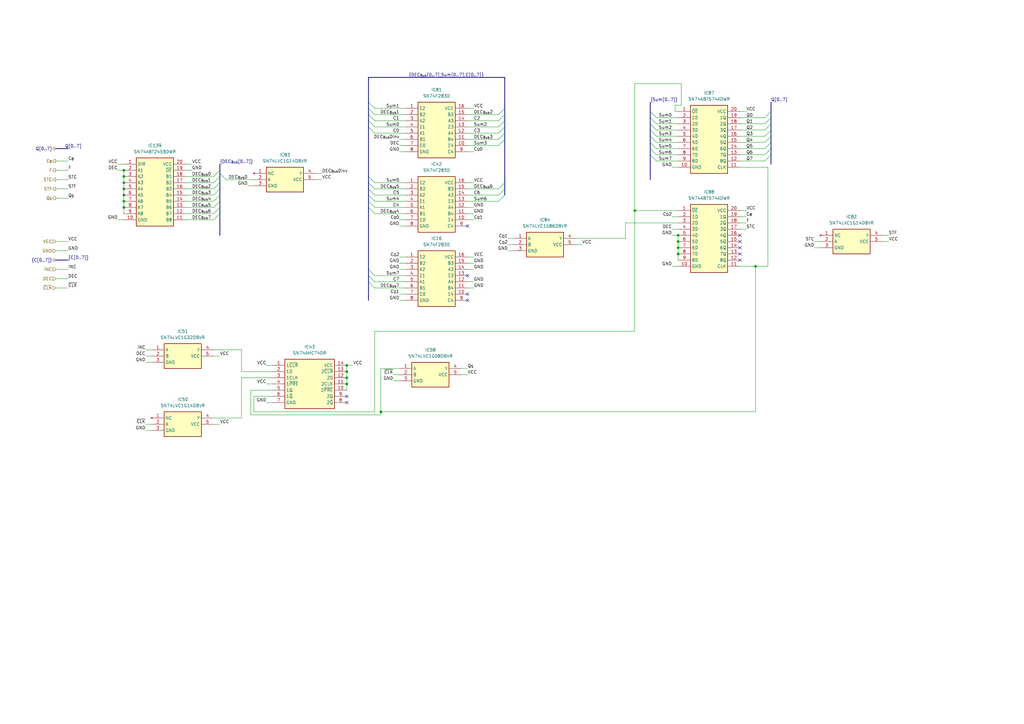
<source format=kicad_sch>
(kicad_sch (version 20250114) (generator "eeschema") (generator_version "9.0")
  (paper "A3")
  (lib_symbols
    (symbol "Samacsys:SN74ABT245BDWR"
      (property "Reference" "IC" (at 21.59 7.62 0))
      (property "Value" "SN74ABT245BDWR" (at 21.59 5.08 0))
      (symbol "SN74ABT245BDWR_1_1"
        (rectangle (start 5.08 2.54) (end 20.32 -25.4) (stroke (width 0.254)) (fill (type background)))
        (pin passive line (at 0 0 0) (length 5.08) (name "DIR") (number "1"))
        (pin passive line (at 0 -2.54 0) (length 5.08) (name "A1") (number "2"))
        (pin passive line (at 0 -5.08 0) (length 5.08) (name "A2") (number "3"))
        (pin passive line (at 0 -7.62 0) (length 5.08) (name "A3") (number "4"))
        (pin passive line (at 0 -10.16 0) (length 5.08) (name "A4") (number "5"))
        (pin passive line (at 0 -12.7 0) (length 5.08) (name "A5") (number "6"))
        (pin passive line (at 0 -15.24 0) (length 5.08) (name "A6") (number "7"))
        (pin passive line (at 0 -17.78 0) (length 5.08) (name "A7") (number "8"))
        (pin passive line (at 0 -20.32 0) (length 5.08) (name "A8") (number "9"))
        (pin passive line (at 0 -22.86 0) (length 5.08) (name "GND") (number "10"))
        (pin passive line (at 25.4 0 180) (length 5.08) (name "VCC") (number "20"))
        (pin passive line (at 25.4 -2.54 180) (length 5.08) (name "~{OE}") (number "19"))
        (pin passive line (at 25.4 -5.08 180) (length 5.08) (name "B1") (number "18"))
        (pin passive line (at 25.4 -7.62 180) (length 5.08) (name "B2") (number "17"))
        (pin passive line (at 25.4 -10.16 180) (length 5.08) (name "B3") (number "16"))
        (pin passive line (at 25.4 -12.7 180) (length 5.08) (name "B4") (number "15"))
        (pin passive line (at 25.4 -15.24 180) (length 5.08) (name "B5") (number "14"))
        (pin passive line (at 25.4 -17.78 180) (length 5.08) (name "B6") (number "13"))
        (pin passive line (at 25.4 -20.32 180) (length 5.08) (name "B7") (number "12"))
        (pin passive line (at 25.4 -22.86 180) (length 5.08) (name "B8") (number "11"))
      )
    )
    (symbol "Samacsys:SN74ABT574ADWR"
      (property "Reference" "IC" (at 21.59 7.62 0))
      (property "Value" "SN74ABT574ADWR" (at 21.59 5.08 0))
      (symbol "SN74ABT574ADWR_1_1"
        (rectangle (start 5.08 2.54) (end 20.32 -25.4) (stroke (width 0.254)) (fill (type background)))
        (pin passive line (at 0 0 0) (length 5.08) (name "~{OE}") (number "1"))
        (pin passive line (at 0 -2.54 0) (length 5.08) (name "1D") (number "2"))
        (pin passive line (at 0 -5.08 0) (length 5.08) (name "2D") (number "3"))
        (pin passive line (at 0 -7.62 0) (length 5.08) (name "3D") (number "4"))
        (pin passive line (at 0 -10.16 0) (length 5.08) (name "4D") (number "5"))
        (pin passive line (at 0 -12.7 0) (length 5.08) (name "5D") (number "6"))
        (pin passive line (at 0 -15.24 0) (length 5.08) (name "6D") (number "7"))
        (pin passive line (at 0 -17.78 0) (length 5.08) (name "7D") (number "8"))
        (pin passive line (at 0 -20.32 0) (length 5.08) (name "8D") (number "9"))
        (pin passive line (at 0 -22.86 0) (length 5.08) (name "GND") (number "10"))
        (pin passive line (at 25.4 0 180) (length 5.08) (name "VCC") (number "20"))
        (pin passive line (at 25.4 -2.54 180) (length 5.08) (name "1Q") (number "19"))
        (pin passive line (at 25.4 -5.08 180) (length 5.08) (name "2Q") (number "18"))
        (pin passive line (at 25.4 -7.62 180) (length 5.08) (name "3Q") (number "17"))
        (pin passive line (at 25.4 -10.16 180) (length 5.08) (name "4Q") (number "16"))
        (pin passive line (at 25.4 -12.7 180) (length 5.08) (name "5Q") (number "15"))
        (pin passive line (at 25.4 -15.24 180) (length 5.08) (name "6Q") (number "14"))
        (pin passive line (at 25.4 -17.78 180) (length 5.08) (name "7Q") (number "13"))
        (pin passive line (at 25.4 -20.32 180) (length 5.08) (name "8Q") (number "12"))
        (pin passive line (at 25.4 -22.86 180) (length 5.08) (name "CLK") (number "11"))
      )
    )
    (symbol "Samacsys:SN74AHC74DR"
      (property "Reference" "IC" (at 26.67 7.62 0))
      (property "Value" "SN74AHC74DR" (at 26.67 5.08 0))
      (symbol "SN74AHC74DR_1_1"
        (rectangle (start 5.08 2.54) (end 25.4 -17.78) (stroke (width 0.254)) (fill (type background)))
        (pin passive line (at 0 0 0) (length 5.08) (name "1~{CLR}") (number "1"))
        (pin passive line (at 0 -2.54 0) (length 5.08) (name "1D") (number "2"))
        (pin passive line (at 0 -5.08 0) (length 5.08) (name "1CLK") (number "3"))
        (pin passive line (at 0 -7.62 0) (length 5.08) (name "1~{PRE}") (number "4"))
        (pin passive line (at 0 -10.16 0) (length 5.08) (name "1Q") (number "5"))
        (pin passive line (at 0 -12.7 0) (length 5.08) (name "1~{Q}") (number "6"))
        (pin passive line (at 0 -15.24 0) (length 5.08) (name "GND") (number "7"))
        (pin passive line (at 30.48 0 180) (length 5.08) (name "VCC") (number "14"))
        (pin passive line (at 30.48 -2.54 180) (length 5.08) (name "2~{CLR}") (number "13"))
        (pin passive line (at 30.48 -5.08 180) (length 5.08) (name "2D") (number "12"))
        (pin passive line (at 30.48 -7.62 180) (length 5.08) (name "2CLK") (number "11"))
        (pin passive line (at 30.48 -10.16 180) (length 5.08) (name "2~{PRE}") (number "10"))
        (pin passive line (at 30.48 -12.7 180) (length 5.08) (name "2Q") (number "9"))
        (pin passive line (at 30.48 -15.24 180) (length 5.08) (name "2~{Q}") (number "8"))
      )
    )
    (symbol "Samacsys:SN74F283D"
      (property "Reference" "IC" (at 21.59 7.62 0))
      (property "Value" "SN74F283D" (at 21.59 5.08 0))
      (symbol "SN74F283D_1_1"
        (rectangle (start 5.08 2.54) (end 20.32 -20.32) (stroke (width 0.254)) (fill (type background)))
        (pin passive line (at 0 0 0) (length 5.08) (name "Σ2") (number "1"))
        (pin passive line (at 0 -2.54 0) (length 5.08) (name "B2") (number "2"))
        (pin passive line (at 0 -5.08 0) (length 5.08) (name "A2") (number "3"))
        (pin passive line (at 0 -7.62 0) (length 5.08) (name "Σ1") (number "4"))
        (pin passive line (at 0 -10.16 0) (length 5.08) (name "A1") (number "5"))
        (pin passive line (at 0 -12.7 0) (length 5.08) (name "B1") (number "6"))
        (pin passive line (at 0 -15.24 0) (length 5.08) (name "C0") (number "7"))
        (pin passive line (at 0 -17.78 0) (length 5.08) (name "GND") (number "8"))
        (pin passive line (at 25.4 0 180) (length 5.08) (name "VCC") (number "16"))
        (pin passive line (at 25.4 -2.54 180) (length 5.08) (name "B3") (number "15"))
        (pin passive line (at 25.4 -5.08 180) (length 5.08) (name "A3") (number "14"))
        (pin passive line (at 25.4 -7.62 180) (length 5.08) (name "Σ3") (number "13"))
        (pin passive line (at 25.4 -10.16 180) (length 5.08) (name "A4") (number "12"))
        (pin passive line (at 25.4 -12.7 180) (length 5.08) (name "B4") (number "11"))
        (pin passive line (at 25.4 -15.24 180) (length 5.08) (name "Σ4") (number "10"))
        (pin passive line (at 25.4 -17.78 180) (length 5.08) (name "C4") (number "9"))
      )
    )
    (symbol "Samacsys:SN74LVC1G08DBVR"
      (property "Reference" "IC" (at 21.59 7.62 0))
      (property "Value" "SN74LVC1G08DBVR" (at 21.59 5.08 0))
      (symbol "SN74LVC1G08DBVR_1_1"
        (rectangle (start 5.08 2.54) (end 20.32 -7.62) (stroke (width 0.254)) (fill (type background)))
        (pin input line (at 0 0 0) (length 5.08) (name "A") (number "1"))
        (pin input line (at 0 -2.54 0) (length 5.08) (name "B") (number "2"))
        (pin power_in line (at 0 -5.08 0) (length 5.08) (name "GND") (number "3"))
        (pin output line (at 25.4 0 180) (length 5.08) (name "Y") (number "4"))
        (pin power_in line (at 25.4 -2.54 180) (length 5.08) (name "VCC") (number "5"))
      )
    )
    (symbol "Samacsys:SN74LVC1G14DBVR"
      (property "Reference" "IC" (at 21.59 7.62 0))
      (property "Value" "SN74LVC1G14DBVR" (at 21.59 5.08 0))
      (symbol "SN74LVC1G14DBVR_1_1"
        (rectangle (start 5.08 2.54) (end 20.32 -7.62) (stroke (width 0.254)) (fill (type background)))
        (pin no_connect line (at 0 0 0) (length 5.08) (name "NC") (number "1"))
        (pin passive line (at 0 -2.54 0) (length 5.08) (name "A") (number "2"))
        (pin passive line (at 0 -5.08 0) (length 5.08) (name "GND") (number "3"))
        (pin passive line (at 25.4 0 180) (length 5.08) (name "Y") (number "4"))
        (pin passive line (at 25.4 -2.54 180) (length 5.08) (name "VCC") (number "5"))
      )
    )
    (symbol "Samacsys:SN74LVC1G32DBVR"
      (property "Reference" "IC" (at 21.59 7.62 0))
      (property "Value" "SN74LVC1G32DBVR" (at 21.59 5.08 0))
      (symbol "SN74LVC1G32DBVR_1_1"
        (rectangle (start 5.08 2.54) (end 20.32 -7.62) (stroke (width 0.254)) (fill (type background)))
        (pin passive line (at 0 0 0) (length 5.08) (name "A") (number "1"))
        (pin passive line (at 0 -2.54 0) (length 5.08) (name "B") (number "2"))
        (pin passive line (at 0 -5.08 0) (length 5.08) (name "GND") (number "3"))
        (pin passive line (at 25.4 0 180) (length 5.08) (name "Y") (number "4"))
        (pin passive line (at 25.4 -2.54 180) (length 5.08) (name "VCC") (number "5"))
      )
    )
    (symbol "Samacsys:SN74LVC1G86DBVR"
      (property "Reference" "IC" (at 21.59 7.62 0))
      (property "Value" "SN74LVC1G86DBVR" (at 21.59 5.08 0))
      (symbol "SN74LVC1G86DBVR_1_1"
        (rectangle (start 5.08 2.54) (end 20.32 -7.62) (stroke (width 0.254)) (fill (type background)))
        (pin input line (at 0 0 0) (length 5.08) (name "A") (number "1"))
        (pin input line (at 0 -2.54 0) (length 5.08) (name "B") (number "2"))
        (pin power_in line (at 0 -5.08 0) (length 5.08) (name "GND") (number "3"))
        (pin output line (at 25.4 0 180) (length 5.08) (name "Y") (number "4"))
        (pin power_in line (at 25.4 -2.54 180) (length 5.08) (name "VCC") (number "5"))
      )
    )
  )
  (junction (at 278.13 104.14))
  (junction (at 142.24 149.86))
  (junction (at 50.8 82.55))
  (junction (at 142.24 157.48))
  (junction (at 50.8 80.01))
  (junction (at 142.24 152.4))
  (junction (at 50.8 74.93))
  (junction (at 50.8 85.09))
  (junction (at 278.13 101.6))
  (junction (at 260.35 86.36))
  (junction (at 50.8 69.85))
  (junction (at 309.88 109.22))
  (junction (at 278.13 96.52))
  (junction (at 50.8 72.39))
  (junction (at 50.8 77.47))
  (junction (at 156.21 168.91))
  (junction (at 142.24 154.94))
  (junction (at 278.13 99.06))
  (no_connect (at 303.53 96.52))
  (no_connect (at 191.77 120.65))
  (no_connect (at 142.24 162.56))
  (no_connect (at 142.24 165.1))
  (no_connect (at 303.53 99.06))
  (no_connect (at 191.77 92.71))
  (no_connect (at 303.53 101.6))
  (no_connect (at 191.77 123.19))
  (no_connect (at 303.53 106.68))
  (no_connect (at 303.53 104.14))
  (no_connect (at 191.77 113.03))
  (bus_entry (at 151.13 77.47) (size 2.54 2.54))
  (bus_entry (at 87.63 72.39) (size 2.54 -2.54))
  (bus_entry (at 151.13 113.03) (size 2.54 2.54))
  (bus_entry (at 151.13 46.99) (size 2.54 2.54))
  (bus_entry (at 316.23 50.8) (size -2.54 2.54))
  (bus_entry (at 316.23 63.5) (size -2.54 2.54))
  (bus_entry (at 266.7 63.5) (size 2.54 2.54))
  (bus_entry (at 87.63 77.47) (size 2.54 -2.54))
  (bus_entry (at 151.13 41.91) (size 2.54 2.54))
  (bus_entry (at 316.23 53.34) (size -2.54 2.54))
  (bus_entry (at 207.01 77.47) (size -2.54 2.54))
  (bus_entry (at 207.01 44.45) (size -2.54 2.54))
  (bus_entry (at 151.13 44.45) (size 2.54 2.54))
  (bus_entry (at 151.13 74.93) (size 2.54 2.54))
  (bus_entry (at 92.71 73.66) (size -2.54 -2.54))
  (bus_entry (at 87.63 80.01) (size 2.54 -2.54))
  (bus_entry (at 151.13 72.39) (size 2.54 2.54))
  (bus_entry (at 87.63 85.09) (size 2.54 -2.54))
  (bus_entry (at 207.01 74.93) (size -2.54 2.54))
  (bus_entry (at 151.13 110.49) (size 2.54 2.54))
  (bus_entry (at 151.13 85.09) (size 2.54 2.54))
  (bus_entry (at 266.7 55.88) (size 2.54 2.54))
  (bus_entry (at 207.01 54.61) (size -2.54 2.54))
  (bus_entry (at 87.63 82.55) (size 2.54 -2.54))
  (bus_entry (at 316.23 60.96) (size -2.54 2.54))
  (bus_entry (at 151.13 80.01) (size 2.54 2.54))
  (bus_entry (at 266.7 58.42) (size 2.54 2.54))
  (bus_entry (at 151.13 82.55) (size 2.54 2.54))
  (bus_entry (at 87.63 74.93) (size 2.54 -2.54))
  (bus_entry (at 316.23 48.26) (size -2.54 2.54))
  (bus_entry (at 266.7 53.34) (size 2.54 2.54))
  (bus_entry (at 151.13 49.53) (size 2.54 2.54))
  (bus_entry (at 207.01 49.53) (size -2.54 2.54))
  (bus_entry (at 266.7 60.96) (size 2.54 2.54))
  (bus_entry (at 207.01 46.99) (size -2.54 2.54))
  (bus_entry (at 266.7 48.26) (size 2.54 2.54))
  (bus_entry (at 87.63 87.63) (size 2.54 -2.54))
  (bus_entry (at 207.01 52.07) (size -2.54 2.54))
  (bus_entry (at 316.23 45.72) (size -2.54 2.54))
  (bus_entry (at 87.63 90.17) (size 2.54 -2.54))
  (bus_entry (at 316.23 58.42) (size -2.54 2.54))
  (bus_entry (at 151.13 115.57) (size 2.54 2.54))
  (bus_entry (at 207.01 80.01) (size -2.54 2.54))
  (bus_entry (at 266.7 45.72) (size 2.54 2.54))
  (bus_entry (at 207.01 57.15) (size -2.54 2.54))
  (bus_entry (at 266.7 50.8) (size 2.54 2.54))
  (bus_entry (at 151.13 52.07) (size 2.54 2.54))
  (bus_entry (at 316.23 55.88) (size -2.54 2.54))
  (wire (pts (xy 194.31 118.11) (xy 191.77 118.11)))
  (wire (pts (xy 132.08 71.12) (xy 129.54 71.12)))
  (wire (pts (xy 156.21 168.91) (xy 309.88 168.91)))
  (bus (pts (xy 266.7 60.96) (xy 266.7 63.5)))
  (wire (pts (xy 275.59 68.58) (xy 278.13 68.58)))
  (bus (pts (xy 266.7 63.5) (xy 266.7 73.66)))
  (bus (pts (xy 316.23 41.91) (xy 316.23 45.72)))
  (wire (pts (xy 76.2 85.09) (xy 87.63 85.09)))
  (wire (pts (xy 156.21 170.18) (xy 156.21 168.91)))
  (wire (pts (xy 50.8 74.93) (xy 50.8 77.47)))
  (wire (pts (xy 279.4 43.18) (xy 276.86 43.18)))
  (wire (pts (xy 109.22 165.1) (xy 111.76 165.1)))
  (wire (pts (xy 153.67 54.61) (xy 166.37 54.61)))
  (bus (pts (xy 151.13 49.53) (xy 151.13 46.99)))
  (wire (pts (xy 111.76 157.48) (xy 109.22 157.48)))
  (wire (pts (xy 303.53 58.42) (xy 313.69 58.42)))
  (wire (pts (xy 269.24 63.5) (xy 278.13 63.5)))
  (wire (pts (xy 278.13 101.6) (xy 278.13 104.14)))
  (wire (pts (xy 269.24 50.8) (xy 278.13 50.8)))
  (wire (pts (xy 153.67 49.53) (xy 166.37 49.53)))
  (bus (pts (xy 266.7 58.42) (xy 266.7 60.96)))
  (bus (pts (xy 151.13 74.93) (xy 151.13 72.39)))
  (bus (pts (xy 151.13 85.09) (xy 151.13 82.55)))
  (bus (pts (xy 151.13 52.07) (xy 151.13 72.39)))
  (wire (pts (xy 76.2 87.63) (xy 87.63 87.63)))
  (wire (pts (xy 163.83 57.15) (xy 166.37 57.15)))
  (bus (pts (xy 316.23 58.42) (xy 316.23 60.96)))
  (wire (pts (xy 59.69 173.99) (xy 62.23 173.99)))
  (wire (pts (xy 59.69 146.05) (xy 62.23 146.05)))
  (wire (pts (xy 194.31 87.63) (xy 191.77 87.63)))
  (wire (pts (xy 50.8 77.47) (xy 50.8 80.01)))
  (wire (pts (xy 166.37 105.41) (xy 163.83 105.41)))
  (wire (pts (xy 191.77 74.93) (xy 194.31 74.93)))
  (bus (pts (xy 266.7 41.91) (xy 266.7 45.72)))
  (wire (pts (xy 22.86 69.85) (xy 27.94 69.85)))
  (bus (pts (xy 266.7 55.88) (xy 266.7 58.42)))
  (wire (pts (xy 50.8 67.31) (xy 48.26 67.31)))
  (wire (pts (xy 22.86 77.47) (xy 27.94 77.47)))
  (wire (pts (xy 269.24 60.96) (xy 278.13 60.96)))
  (wire (pts (xy 275.59 93.98) (xy 278.13 93.98)))
  (wire (pts (xy 204.47 52.07) (xy 191.77 52.07)))
  (wire (pts (xy 76.2 77.47) (xy 87.63 77.47)))
  (bus (pts (xy 316.23 63.5) (xy 316.23 67.31)))
  (bus (pts (xy 90.17 82.55) (xy 90.17 85.09)))
  (wire (pts (xy 191.77 90.17) (xy 194.31 90.17)))
  (wire (pts (xy 142.24 157.48) (xy 142.24 160.02)))
  (wire (pts (xy 191.77 62.23) (xy 194.31 62.23)))
  (bus (pts (xy 151.13 77.47) (xy 151.13 74.93)))
  (wire (pts (xy 189.23 153.67) (xy 191.77 153.67)))
  (wire (pts (xy 50.8 82.55) (xy 50.8 85.09)))
  (bus (pts (xy 316.23 48.26) (xy 316.23 50.8)))
  (wire (pts (xy 111.76 149.86) (xy 109.22 149.86)))
  (bus (pts (xy 151.13 31.75) (xy 207.01 31.75)))
  (wire (pts (xy 129.54 73.66) (xy 132.08 73.66)))
  (wire (pts (xy 76.2 82.55) (xy 87.63 82.55)))
  (wire (pts (xy 22.86 102.87) (xy 27.94 102.87)))
  (wire (pts (xy 269.24 48.26) (xy 278.13 48.26)))
  (wire (pts (xy 260.35 34.29) (xy 279.4 34.29)))
  (wire (pts (xy 153.67 85.09) (xy 166.37 85.09)))
  (wire (pts (xy 111.76 160.02) (xy 102.87 160.02)))
  (bus (pts (xy 90.17 71.12) (xy 90.17 72.39)))
  (wire (pts (xy 204.47 54.61) (xy 191.77 54.61)))
  (wire (pts (xy 210.82 97.79) (xy 208.28 97.79)))
  (wire (pts (xy 309.88 109.22) (xy 314.96 109.22)))
  (wire (pts (xy 142.24 152.4) (xy 142.24 154.94)))
  (wire (pts (xy 194.31 110.49) (xy 191.77 110.49)))
  (bus (pts (xy 207.01 49.53) (xy 207.01 52.07)))
  (wire (pts (xy 22.86 66.04) (xy 27.94 66.04)))
  (wire (pts (xy 303.53 93.98) (xy 306.07 93.98)))
  (wire (pts (xy 303.53 91.44) (xy 306.07 91.44)))
  (wire (pts (xy 260.35 86.36) (xy 260.35 34.29)))
  (wire (pts (xy 163.83 92.71) (xy 166.37 92.71)))
  (wire (pts (xy 189.23 151.13) (xy 191.77 151.13)))
  (wire (pts (xy 104.14 73.66) (xy 92.71 73.66)))
  (bus (pts (xy 151.13 41.91) (xy 151.13 31.75)))
  (wire (pts (xy 194.31 107.95) (xy 191.77 107.95)))
  (wire (pts (xy 269.24 53.34) (xy 278.13 53.34)))
  (wire (pts (xy 256.54 97.79) (xy 256.54 91.44)))
  (wire (pts (xy 22.86 99.06) (xy 27.94 99.06)))
  (wire (pts (xy 153.67 113.03) (xy 166.37 113.03)))
  (wire (pts (xy 303.53 63.5) (xy 313.69 63.5)))
  (wire (pts (xy 314.96 109.22) (xy 314.96 68.58)))
  (wire (pts (xy 361.95 99.06) (xy 364.49 99.06)))
  (wire (pts (xy 191.77 44.45) (xy 194.31 44.45)))
  (bus (pts (xy 90.17 67.31) (xy 90.17 69.85)))
  (wire (pts (xy 76.2 69.85) (xy 78.74 69.85)))
  (wire (pts (xy 153.67 80.01) (xy 166.37 80.01)))
  (wire (pts (xy 153.67 77.47) (xy 166.37 77.47)))
  (wire (pts (xy 156.21 151.13) (xy 163.83 151.13)))
  (wire (pts (xy 303.53 88.9) (xy 306.07 88.9)))
  (bus (pts (xy 266.7 50.8) (xy 266.7 53.34)))
  (wire (pts (xy 260.35 86.36) (xy 278.13 86.36)))
  (bus (pts (xy 90.17 77.47) (xy 90.17 80.01)))
  (bus (pts (xy 90.17 74.93) (xy 90.17 77.47)))
  (wire (pts (xy 111.76 162.56) (xy 104.14 162.56)))
  (bus (pts (xy 90.17 87.63) (xy 90.17 96.52)))
  (wire (pts (xy 236.22 100.33) (xy 238.76 100.33)))
  (wire (pts (xy 256.54 91.44) (xy 278.13 91.44)))
  (wire (pts (xy 210.82 100.33) (xy 208.28 100.33)))
  (wire (pts (xy 22.86 73.66) (xy 27.94 73.66)))
  (bus (pts (xy 316.23 50.8) (xy 316.23 53.34)))
  (bus (pts (xy 207.01 77.47) (xy 207.01 80.01)))
  (wire (pts (xy 204.47 49.53) (xy 191.77 49.53)))
  (wire (pts (xy 278.13 104.14) (xy 278.13 106.68)))
  (wire (pts (xy 166.37 90.17) (xy 163.83 90.17)))
  (bus (pts (xy 207.01 57.15) (xy 207.01 74.93)))
  (wire (pts (xy 303.53 45.72) (xy 306.07 45.72)))
  (bus (pts (xy 22.86 60.96) (xy 27.94 60.96)))
  (wire (pts (xy 204.47 80.01) (xy 191.77 80.01)))
  (bus (pts (xy 266.7 53.34) (xy 266.7 55.88)))
  (wire (pts (xy 166.37 120.65) (xy 163.83 120.65)))
  (wire (pts (xy 269.24 66.04) (xy 278.13 66.04)))
  (bus (pts (xy 22.86 106.68) (xy 27.94 106.68)))
  (wire (pts (xy 87.63 173.99) (xy 90.17 173.99)))
  (wire (pts (xy 156.21 168.91) (xy 156.21 151.13)))
  (bus (pts (xy 207.01 74.93) (xy 207.01 77.47)))
  (wire (pts (xy 194.31 115.57) (xy 191.77 115.57)))
  (wire (pts (xy 303.53 66.04) (xy 313.69 66.04)))
  (wire (pts (xy 236.22 97.79) (xy 256.54 97.79)))
  (wire (pts (xy 161.29 153.67) (xy 163.83 153.67)))
  (wire (pts (xy 59.69 176.53) (xy 62.23 176.53)))
  (wire (pts (xy 303.53 86.36) (xy 306.07 86.36)))
  (wire (pts (xy 309.88 109.22) (xy 303.53 109.22)))
  (wire (pts (xy 99.06 152.4) (xy 111.76 152.4)))
  (wire (pts (xy 76.2 67.31) (xy 78.74 67.31)))
  (wire (pts (xy 99.06 154.94) (xy 111.76 154.94)))
  (bus (pts (xy 90.17 80.01) (xy 90.17 82.55)))
  (wire (pts (xy 153.67 87.63) (xy 166.37 87.63)))
  (wire (pts (xy 48.26 69.85) (xy 50.8 69.85)))
  (wire (pts (xy 153.67 52.07) (xy 166.37 52.07)))
  (wire (pts (xy 76.2 72.39) (xy 87.63 72.39)))
  (wire (pts (xy 22.86 81.28) (xy 27.94 81.28)))
  (wire (pts (xy 276.86 45.72) (xy 278.13 45.72)))
  (wire (pts (xy 303.53 60.96) (xy 313.69 60.96)))
  (wire (pts (xy 303.53 50.8) (xy 313.69 50.8)))
  (wire (pts (xy 99.06 171.45) (xy 99.06 154.94)))
  (wire (pts (xy 142.24 149.86) (xy 144.78 149.86)))
  (wire (pts (xy 204.47 46.99) (xy 191.77 46.99)))
  (bus (pts (xy 316.23 60.96) (xy 316.23 63.5)))
  (wire (pts (xy 276.86 43.18) (xy 276.86 45.72)))
  (wire (pts (xy 50.8 80.01) (xy 50.8 82.55)))
  (wire (pts (xy 59.69 148.59) (xy 62.23 148.59)))
  (wire (pts (xy 204.47 82.55) (xy 191.77 82.55)))
  (wire (pts (xy 278.13 96.52) (xy 278.13 99.06)))
  (wire (pts (xy 275.59 96.52) (xy 278.13 96.52)))
  (wire (pts (xy 163.83 62.23) (xy 166.37 62.23)))
  (wire (pts (xy 50.8 72.39) (xy 50.8 74.93)))
  (wire (pts (xy 153.67 168.91) (xy 153.67 135.89)))
  (wire (pts (xy 102.87 170.18) (xy 156.21 170.18)))
  (wire (pts (xy 50.8 69.85) (xy 50.8 72.39)))
  (bus (pts (xy 207.01 52.07) (xy 207.01 54.61)))
  (wire (pts (xy 269.24 55.88) (xy 278.13 55.88)))
  (wire (pts (xy 142.24 154.94) (xy 142.24 157.48)))
  (bus (pts (xy 207.01 31.75) (xy 207.01 44.45)))
  (wire (pts (xy 303.53 55.88) (xy 313.69 55.88)))
  (wire (pts (xy 279.4 34.29) (xy 279.4 43.18)))
  (wire (pts (xy 153.67 115.57) (xy 166.37 115.57)))
  (wire (pts (xy 153.67 82.55) (xy 166.37 82.55)))
  (bus (pts (xy 90.17 72.39) (xy 90.17 74.93)))
  (wire (pts (xy 22.86 118.11) (xy 27.94 118.11)))
  (wire (pts (xy 336.55 99.06) (xy 334.01 99.06)))
  (wire (pts (xy 22.86 110.49) (xy 27.94 110.49)))
  (wire (pts (xy 153.67 44.45) (xy 166.37 44.45)))
  (wire (pts (xy 161.29 156.21) (xy 163.83 156.21)))
  (wire (pts (xy 50.8 85.09) (xy 50.8 87.63)))
  (bus (pts (xy 266.7 45.72) (xy 266.7 48.26)))
  (wire (pts (xy 191.77 105.41) (xy 194.31 105.41)))
  (bus (pts (xy 207.01 46.99) (xy 207.01 49.53)))
  (wire (pts (xy 22.86 114.3) (xy 27.94 114.3)))
  (wire (pts (xy 204.47 59.69) (xy 191.77 59.69)))
  (wire (pts (xy 76.2 80.01) (xy 87.63 80.01)))
  (wire (pts (xy 87.63 143.51) (xy 99.06 143.51)))
  (wire (pts (xy 309.88 168.91) (xy 309.88 109.22)))
  (wire (pts (xy 204.47 77.47) (xy 191.77 77.47)))
  (wire (pts (xy 76.2 74.93) (xy 87.63 74.93)))
  (wire (pts (xy 208.28 102.87) (xy 210.82 102.87)))
  (wire (pts (xy 260.35 135.89) (xy 260.35 86.36)))
  (wire (pts (xy 153.67 74.93) (xy 166.37 74.93)))
  (bus (pts (xy 90.17 85.09) (xy 90.17 87.63)))
  (wire (pts (xy 303.53 53.34) (xy 313.69 53.34)))
  (wire (pts (xy 278.13 88.9) (xy 275.59 88.9)))
  (bus (pts (xy 151.13 44.45) (xy 151.13 41.91)))
  (wire (pts (xy 48.26 90.17) (xy 50.8 90.17)))
  (wire (pts (xy 361.95 96.52) (xy 364.49 96.52)))
  (wire (pts (xy 334.01 101.6) (xy 336.55 101.6)))
  (wire (pts (xy 204.47 57.15) (xy 191.77 57.15)))
  (wire (pts (xy 76.2 90.17) (xy 87.63 90.17)))
  (bus (pts (xy 316.23 45.72) (xy 316.23 48.26)))
  (bus (pts (xy 151.13 46.99) (xy 151.13 44.45)))
  (wire (pts (xy 59.69 143.51) (xy 62.23 143.51)))
  (wire (pts (xy 104.14 162.56) (xy 104.14 168.91)))
  (wire (pts (xy 153.67 46.99) (xy 166.37 46.99)))
  (wire (pts (xy 142.24 149.86) (xy 142.24 152.4)))
  (wire (pts (xy 275.59 109.22) (xy 278.13 109.22)))
  (bus (pts (xy 151.13 85.09) (xy 151.13 110.49)))
  (wire (pts (xy 153.67 118.11) (xy 166.37 118.11)))
  (bus (pts (xy 151.13 82.55) (xy 151.13 80.01)))
  (wire (pts (xy 101.6 76.2) (xy 104.14 76.2)))
  (wire (pts (xy 269.24 58.42) (xy 278.13 58.42)))
  (bus (pts (xy 151.13 52.07) (xy 151.13 49.53)))
  (bus (pts (xy 151.13 110.49) (xy 151.13 113.03)))
  (bus (pts (xy 151.13 115.57) (xy 151.13 123.19)))
  (wire (pts (xy 194.31 85.09) (xy 191.77 85.09)))
  (bus (pts (xy 316.23 53.34) (xy 316.23 55.88)))
  (wire (pts (xy 303.53 48.26) (xy 313.69 48.26)))
  (wire (pts (xy 163.83 110.49) (xy 166.37 110.49)))
  (bus (pts (xy 266.7 48.26) (xy 266.7 50.8)))
  (wire (pts (xy 163.83 59.69) (xy 166.37 59.69)))
  (wire (pts (xy 163.83 123.19) (xy 166.37 123.19)))
  (bus (pts (xy 207.01 54.61) (xy 207.01 57.15)))
  (wire (pts (xy 104.14 168.91) (xy 153.67 168.91)))
  (wire (pts (xy 87.63 146.05) (xy 90.17 146.05)))
  (bus (pts (xy 151.13 113.03) (xy 151.13 115.57)))
  (bus (pts (xy 316.23 55.88) (xy 316.23 58.42)))
  (wire (pts (xy 153.67 135.89) (xy 260.35 135.89)))
  (bus (pts (xy 207.01 44.45) (xy 207.01 46.99)))
  (bus (pts (xy 90.17 69.85) (xy 90.17 71.12)))
  (wire (pts (xy 87.63 171.45) (xy 99.06 171.45)))
  (wire (pts (xy 102.87 160.02) (xy 102.87 170.18)))
  (wire (pts (xy 278.13 99.06) (xy 278.13 101.6)))
  (wire (pts (xy 314.96 68.58) (xy 303.53 68.58)))
  (wire (pts (xy 163.83 107.95) (xy 166.37 107.95)))
  (wire (pts (xy 99.06 143.51) (xy 99.06 152.4)))
  (bus (pts (xy 151.13 80.01) (xy 151.13 77.47)))
  (label "DEC_{Bus}7" (at 163.83 118.11 180))
  (label "DEC" (at 27.94 114.3 0))
  (label "GND" (at 109.22 165.1 180))
  (label "GND" (at 194.31 85.09 0))
  (label "C0" (at 163.83 54.61 180))
  (label "C_{O}2" (at 208.28 100.33 180))
  (label "VCC" (at 364.49 99.06 0))
  (label "~{CLK}" (at 161.29 153.67 180))
  (label "VCC" (at 109.22 157.48 180))
  (label "DEC_{Bus}2" (at 78.74 77.47 0))
  (label "VCC" (at 109.22 149.86 180))
  (label "DEC_{Bus}6" (at 194.31 77.47 0))
  (label "GND" (at 78.74 69.85 0))
  (label "GND" (at 163.83 123.19 180))
  (label "C_{8}" (at 27.94 66.04 0))
  (label "Q5" (at 306.07 60.96 0))
  (label "Sum2" (at 194.31 52.07 0))
  (label "DEC_{Bus}2" (at 194.31 46.99 0))
  (label "C3" (at 194.31 54.61 0))
  (label "F" (at 306.07 91.44 0))
  (label "DEC" (at 163.83 59.69 180))
  (label "STF" (at 27.94 77.47 0))
  (label "GND" (at 275.59 109.22 180))
  (label "Q_{S}" (at 27.94 81.28 0))
  (label "DEC_{Bus}6" (at 78.74 87.63 0))
  (label "Q1" (at 306.07 50.8 0))
  (label "VCC" (at 191.77 153.67 0))
  (label "VCC" (at 194.31 44.45 0))
  (label "Q7" (at 306.07 66.04 0))
  (label "DEC_{Bus}5" (at 78.74 85.09 0))
  (label "GND" (at 101.6 76.2 180))
  (label "STF" (at 364.49 96.52 0))
  (label "DEC" (at 48.26 69.85 180))
  (label "DEC_{Bus}0inv" (at 163.83 57.15 180))
  (label "DEC_{Bus}4" (at 163.83 87.63 180))
  (label "DEC_{Bus}3" (at 194.31 57.15 0))
  (label "VCC" (at 306.07 45.72 0))
  (label "~{CLK}" (at 59.69 173.99 180))
  (label "DEC_{Bus}7" (at 78.74 90.17 0))
  (label "Q_{S}" (at 191.77 151.13 0))
  (label "GND" (at 275.59 68.58 180))
  (label "GND" (at 194.31 107.95 0))
  (label "DEC_{Bus}5" (at 163.83 77.47 180))
  (label "DEC_{Bus}3" (at 78.74 80.01 0))
  (label "Sum3" (at 275.59 55.88 180))
  (label "STC" (at 306.07 93.98 0))
  (label "INC" (at 59.69 143.51 180))
  (label "C_{O}2" (at 275.59 88.9 180))
  (label "GND" (at 194.31 115.57 0))
  (label "Sum1" (at 163.83 44.45 180))
  (label "Sum6" (at 194.31 82.55 0))
  (label "VCC" (at 238.76 100.33 0))
  (label "GND" (at 194.31 110.49 0))
  (label "C4" (at 163.83 85.09 180))
  (label "DEC_{Bus}1" (at 163.83 46.99 180))
  (label "DEC_{Bus}0inv" (at 132.08 71.12 0))
  (label "C6" (at 194.31 80.01 0))
  (label "Sum7" (at 275.59 66.04 180))
  (label "{DEC_{Bus}[0..7],Sum[0..7],C[0..7]}" (at 167.64 31.75 0))
  (label "C_{O}0" (at 163.83 90.17 180))
  (label "C_{O}2" (at 163.83 105.41 180))
  (label "C_{O}1" (at 208.28 97.79 180))
  (label "STC" (at 334.01 99.06 180))
  (label "DEC_{Bus}0" (at 101.6 73.66 180))
  (label "GND" (at 163.83 62.23 180))
  (label "Sum5" (at 275.59 60.96 180))
  (label "{DEC_{Bus}[0..7]}" (at 90.17 67.31 0))
  (label "C5" (at 163.83 80.01 180))
  (label "DEC" (at 59.69 146.05 180))
  (label "VCC" (at 132.08 73.66 0))
  (label "VCC" (at 306.07 86.36 0))
  (label "C_{8}" (at 306.07 88.9 0))
  (label "GND" (at 163.83 107.95 180))
  (label "VCC" (at 144.78 149.86 0))
  (label "C2" (at 194.31 49.53 0))
  (label "GND" (at 334.01 101.6 180))
  (label "DEC_{Bus}4" (at 78.74 82.55 0))
  (label "GND" (at 275.59 96.52 180))
  (label "GND" (at 59.69 148.59 180))
  (label "VCC" (at 194.31 105.41 0))
  (label "STC" (at 27.94 73.66 0))
  (label "{Sum[0..7]}" (at 266.7 41.91 0))
  (label "INC" (at 27.94 110.49 0))
  (label "VCC" (at 194.31 74.93 0))
  (label "Q4" (at 306.07 58.42 0))
  (label "C7" (at 163.83 115.57 180))
  (label "VCC" (at 90.17 173.99 0))
  (label "Sum3" (at 194.31 59.69 0))
  (label "Sum1" (at 275.59 50.8 180))
  (label "DEC_{Bus}1" (at 78.74 74.93 0))
  (label "Sum2" (at 275.59 53.34 180))
  (label "Q3" (at 306.07 55.88 0))
  (label "GND" (at 59.69 176.53 180))
  (label "DEC_{Bus}0" (at 78.74 72.39 0))
  (label "Sum4" (at 275.59 58.42 180))
  (label "C_{O}0" (at 194.31 62.23 0))
  (label "GND" (at 163.83 92.71 180))
  (label "VCC" (at 78.74 67.31 0))
  (label "C1" (at 163.83 49.53 180))
  (label "C_{O}1" (at 163.83 120.65 180))
  (label "VCC" (at 48.26 67.31 180))
  (label "GND" (at 48.26 90.17 180))
  (label "GND" (at 194.31 87.63 0))
  (label "GND" (at 194.31 118.11 0))
  (label "Q0" (at 306.07 48.26 0))
  (label "Sum0" (at 163.83 52.07 180))
  (label "VCC" (at 90.17 146.05 0))
  (label "VCC" (at 27.94 99.06 0))
  (label "GND" (at 208.28 102.87 180))
  (label "DEC" (at 275.59 93.98 180))
  (label "Q[0..7]" (at 316.23 41.91 0))
  (label "Sum4" (at 163.83 82.55 180))
  (label "Q6" (at 306.07 63.5 0))
  (label "~{CLK}" (at 27.94 118.11 0))
  (label "Q[0..7]" (at 26.67 60.96 0))
  (label "GND" (at 161.29 156.21 180))
  (label "C_{O}1" (at 194.31 90.17 0))
  (label "F" (at 27.94 69.85 0))
  (label "Sum5" (at 163.83 74.93 180))
  (label "Sum0" (at 275.59 48.26 180))
  (label "Sum7" (at 163.83 113.03 180))
  (label "{C[0..7]}" (at 27.94 106.68 0))
  (label "Sum6" (at 275.59 63.5 180))
  (label "Q2" (at 306.07 53.34 0))
  (label "GND" (at 27.94 102.87 0))
  (label "GND" (at 163.83 110.49 180))
  (hierarchical_label "GND" (shape input) (at 22.86 102.87 180))
  (hierarchical_label "Q[0..7]" (shape tri_state) (at 22.86 60.96 180))
  (hierarchical_label "~{CLK}" (shape input) (at 22.86 118.11 180))
  (hierarchical_label "C_{8}" (shape output) (at 22.86 66.04 180))
  (hierarchical_label "Q_{S}" (shape output) (at 22.86 81.28 180))
  (hierarchical_label "DEC" (shape input) (at 22.86 114.3 180))
  (hierarchical_label "INC" (shape input) (at 22.86 110.49 180))
  (hierarchical_label "{C[0..7]}" (shape tri_state) (at 22.86 106.68 180))
  (hierarchical_label "STF" (shape output) (at 22.86 77.47 180))
  (hierarchical_label "VCC" (shape input) (at 22.86 99.06 180))
  (hierarchical_label "F" (shape output) (at 22.86 69.85 180))
  (hierarchical_label "STC" (shape output) (at 22.86 73.66 180))
  (symbol (lib_id "Samacsys:SN74LVC1G32DBVR") (at 62.23 143.51 0) (unit 1)
    (property "Reference" "IC51" (at 74.93 135.89 0))
    (property "Value" "SN74LVC1G32DBVR" (at 74.93 138.43 0))
    (property "Footprint" "Samacsys:SOT95P280X145-5N" (effects (hide yes)))
    (property "Datasheet" "http://www.ti.com/lit/gpn/sn74lvc1g32" (effects (hide yes)))
    (property "Description" "Texas Instruments SN74LVC1G32DBVR, 2-Input OR Logic Gate, 1.65  5.5 V, 5-Pin SOT-23" (effects (hide yes)))
    (property "Height" "1.45" (effects (hide yes)))
    (property "Mouser Part Number" "595-SN74LVC1G32DBVR" (effects (hide yes)))
    (property "Mouser Price/Stock" "https://www.mouser.co.uk/ProductDetail/Texas-Instruments/SN74LVC1G32DBVR?qs=3pnr37ZAbK%2F6ArGi%2FPb2Ng%3D%3D" (effects (hide yes)))
    (property "Manufacturer_Name" "Texas Instruments" (effects (hide yes)))
    (property "Manufacturer_Part_Number" "SN74LVC1G32DBVR" (effects (hide yes)))
  )
  (symbol (lib_id "Samacsys:SN74F283D") (at 166.37 105.41 0) (unit 1)
    (property "Reference" "IC16" (at 179.07 97.79 0))
    (property "Value" "SN74F283D" (at 179.07 100.33 0))
    (property "Footprint" "Samacsys:SOIC127P600X175-16N" (effects (hide yes)))
    (property "Datasheet" "http://www.ti.com/lit/ds/symlink/sn74f283.pdf" (effects (hide yes)))
    (property "Description" "4-BITBIN FULL ADDER" (effects (hide yes)))
    (property "Height" "1.75" (effects (hide yes)))
    (property "Mouser Part Number" "595-SN74F283D" (effects (hide yes)))
    (property "Mouser Price/Stock" "https://www.mouser.co.uk/ProductDetail/Texas-Instruments/SN74F283D?qs=RnzODY3cU8t9RP7%252BwWjEZw%3D%3D" (effects (hide yes)))
    (property "Manufacturer_Name" "Texas Instruments" (effects (hide yes)))
    (property "Manufacturer_Part_Number" "SN74F283D" (effects (hide yes)))
  )
  (symbol (lib_id "Samacsys:SN74LVC1G14DBVR") (at 104.14 71.12 0) (unit 1)
    (property "Reference" "IC83" (at 116.84 63.5 0))
    (property "Value" "SN74LVC1G14DBVR" (at 116.84 66.04 0))
    (property "Footprint" "Samacsys:SOT95P280X145-5N" (effects (hide yes)))
    (property "Datasheet" "https://datasheet.datasheetarchive.com/originals/distributors/Datasheets-DGA13/1136296.pdf" (effects (hide yes)))
    (property "Description" "TEXAS INSTRUMENTS - SN74LVC1G14DBVR - IC, SCHMITT TRIGGER INVERTER, SMD" (effects (hide yes)))
    (property "Height" "1.45" (effects (hide yes)))
    (property "Mouser Part Number" "595-SN74LVC1G14DBVR" (effects (hide yes)))
    (property "Mouser Price/Stock" "https://www.mouser.co.uk/ProductDetail/Texas-Instruments/SN74LVC1G14DBVR?qs=dT9u2OTAaVWRIgCrQFnxuQ%3D%3D" (effects (hide yes)))
    (property "Manufacturer_Name" "Texas Instruments" (effects (hide yes)))
    (property "Manufacturer_Part_Number" "SN74LVC1G14DBVR" (effects (hide yes)))
  )
  (symbol (lib_id "Samacsys:SN74ABT574ADWR") (at 278.13 86.36 0) (unit 1)
    (property "Reference" "IC88" (at 290.83 78.74 0))
    (property "Value" "SN74ABT574ADWR" (at 290.83 81.28 0))
    (property "Footprint" "Samacsys:SOIC127P1030X265-20N" (effects (hide yes)))
    (property "Datasheet" "http://www.ti.com/lit/gpn/sn74abt574a" (effects (hide yes)))
    (property "Description" "Texas Instruments SN74ABT574ADWR, D Type Bus Interface Flip Flop, 3-State, 4.5  5.5 V, 20-Pin SOIC" (effects (hide yes)))
    (property "Height" "2.65" (effects (hide yes)))
    (property "Mouser Part Number" "595-SN74ABT574ADWR" (effects (hide yes)))
    (property "Mouser Price/Stock" "https://www.mouser.co.uk/ProductDetail/Texas-Instruments/SN74ABT574ADWR?qs=nMmhAzRCgdCWNOUsuPi1DA%3D%3D" (effects (hide yes)))
    (property "Manufacturer_Name" "Texas Instruments" (effects (hide yes)))
    (property "Manufacturer_Part_Number" "SN74ABT574ADWR" (effects (hide yes)))
  )
  (symbol (lib_id "Samacsys:SN74ABT245BDWR") (at 50.8 67.31 0) (unit 1)
    (property "Reference" "IC139" (at 63.5 59.69 0))
    (property "Value" "SN74ABT245BDWR" (at 63.5 62.23 0))
    (property "Footprint" "Samacsys:SOIC127P1030X265-20N" (effects (hide yes)))
    (property "Datasheet" "http://www.ti.com/lit/gpn/sn74abt245b" (effects (hide yes)))
    (property "Description" "Texas Instruments SN74ABT245BDWR, Bus Transceiver, 8-Bit Non-Inverting TTL, 5V, 20-Pin SOIC" (effects (hide yes)))
    (property "Height" "2.65" (effects (hide yes)))
    (property "Mouser Part Number" "595-SN74ABT245BDWR" (effects (hide yes)))
    (property "Mouser Price/Stock" "https://www.mouser.co.uk/ProductDetail/Texas-Instruments/SN74ABT245BDWR?qs=afYny40WCj1jrBby8G5Ixw%3D%3D" (effects (hide yes)))
    (property "Manufacturer_Name" "Texas Instruments" (effects (hide yes)))
    (property "Manufacturer_Part_Number" "SN74ABT245BDWR" (effects (hide yes)))
  )
  (symbol (lib_id "Samacsys:SN74ABT574ADWR") (at 278.13 45.72 0) (unit 1)
    (property "Reference" "IC87" (at 290.83 38.1 0))
    (property "Value" "SN74ABT574ADWR" (at 290.83 40.64 0))
    (property "Footprint" "Samacsys:SOIC127P1030X265-20N" (effects (hide yes)))
    (property "Datasheet" "http://www.ti.com/lit/gpn/sn74abt574a" (effects (hide yes)))
    (property "Description" "Texas Instruments SN74ABT574ADWR, D Type Bus Interface Flip Flop, 3-State, 4.5  5.5 V, 20-Pin SOIC" (effects (hide yes)))
    (property "Height" "2.65" (effects (hide yes)))
    (property "Mouser Part Number" "595-SN74ABT574ADWR" (effects (hide yes)))
    (property "Mouser Price/Stock" "https://www.mouser.co.uk/ProductDetail/Texas-Instruments/SN74ABT574ADWR?qs=nMmhAzRCgdCWNOUsuPi1DA%3D%3D" (effects (hide yes)))
    (property "Manufacturer_Name" "Texas Instruments" (effects (hide yes)))
    (property "Manufacturer_Part_Number" "SN74ABT574ADWR" (effects (hide yes)))
  )
  (symbol (lib_id "Samacsys:SN74LVC1G08DBVR") (at 163.83 151.13 0) (unit 1)
    (property "Reference" "IC58" (at 176.53 143.51 0))
    (property "Value" "SN74LVC1G08DBVR" (at 176.53 146.05 0))
    (property "Footprint" "Samacsys:SOT95P280X145-5N" (effects (hide yes)))
    (property "Datasheet" "http://www.ti.com/lit/ds/symlink/sn74lvc1g08.pdf" (effects (hide yes)))
    (property "Description" "SN74LVC1G08 Single 2-Input Positive-AND Gate" (effects (hide yes)))
    (property "Height" "1.45" (effects (hide yes)))
    (property "Mouser Part Number" "595-SN74LVC1G08DBVR" (effects (hide yes)))
    (property "Mouser Price/Stock" "https://www.mouser.co.uk/ProductDetail/Texas-Instruments/SN74LVC1G08DBVR?qs=8yeEWhuAOtNjtL049wSCoQ%3D%3D" (effects (hide yes)))
    (property "Manufacturer_Name" "Texas Instruments" (effects (hide yes)))
    (property "Manufacturer_Part_Number" "SN74LVC1G08DBVR" (effects (hide yes)))
  )
  (symbol (lib_id "Samacsys:SN74AHC74DR") (at 111.76 149.86 0) (unit 1)
    (property "Reference" "IC43" (at 127 142.24 0))
    (property "Value" "SN74AHC74DR" (at 127 144.78 0))
    (property "Footprint" "Samacsys:SOIC127P600X175-14N" (effects (hide yes)))
    (property "Datasheet" "http://www.ti.com/lit/gpn/sn74ahc74" (effects (hide yes)))
    (property "Description" "Dual Positive-Edge-Triggered D-Type Flip-Flops With Clear and Preset" (effects (hide yes)))
    (property "Height" "1.75" (effects (hide yes)))
    (property "Mouser Part Number" "595-SN74AHC74DR" (effects (hide yes)))
    (property "Mouser Price/Stock" "https://www.mouser.co.uk/ProductDetail/Texas-Instruments/SN74AHC74DR?qs=st7IWvlL5%2FgP9OJq63EsFQ%3D%3D" (effects (hide yes)))
    (property "Manufacturer_Name" "Texas Instruments" (effects (hide yes)))
    (property "Manufacturer_Part_Number" "SN74AHC74DR" (effects (hide yes)))
  )
  (symbol (lib_id "Samacsys:SN74LVC1G14DBVR") (at 336.55 96.52 0) (unit 1)
    (property "Reference" "IC82" (at 349.25 88.9 0))
    (property "Value" "SN74LVC1G14DBVR" (at 349.25 91.44 0))
    (property "Footprint" "Samacsys:SOT95P280X145-5N" (effects (hide yes)))
    (property "Datasheet" "https://datasheet.datasheetarchive.com/originals/distributors/Datasheets-DGA13/1136296.pdf" (effects (hide yes)))
    (property "Description" "TEXAS INSTRUMENTS - SN74LVC1G14DBVR - IC, SCHMITT TRIGGER INVERTER, SMD" (effects (hide yes)))
    (property "Height" "1.45" (effects (hide yes)))
    (property "Mouser Part Number" "595-SN74LVC1G14DBVR" (effects (hide yes)))
    (property "Mouser Price/Stock" "https://www.mouser.co.uk/ProductDetail/Texas-Instruments/SN74LVC1G14DBVR?qs=dT9u2OTAaVWRIgCrQFnxuQ%3D%3D" (effects (hide yes)))
    (property "Manufacturer_Name" "Texas Instruments" (effects (hide yes)))
    (property "Manufacturer_Part_Number" "SN74LVC1G14DBVR" (effects (hide yes)))
  )
  (symbol (lib_id "Samacsys:SN74F283D") (at 166.37 44.45 0) (unit 1)
    (property "Reference" "IC81" (at 179.07 36.83 0))
    (property "Value" "SN74F283D" (at 179.07 39.37 0))
    (property "Footprint" "Samacsys:SOIC127P600X175-16N" (effects (hide yes)))
    (property "Datasheet" "http://www.ti.com/lit/ds/symlink/sn74f283.pdf" (effects (hide yes)))
    (property "Description" "4-BITBIN FULL ADDER" (effects (hide yes)))
    (property "Height" "1.75" (effects (hide yes)))
    (property "Mouser Part Number" "595-SN74F283D" (effects (hide yes)))
    (property "Mouser Price/Stock" "https://www.mouser.co.uk/ProductDetail/Texas-Instruments/SN74F283D?qs=RnzODY3cU8t9RP7%252BwWjEZw%3D%3D" (effects (hide yes)))
    (property "Manufacturer_Name" "Texas Instruments" (effects (hide yes)))
    (property "Manufacturer_Part_Number" "SN74F283D" (effects (hide yes)))
  )
  (symbol (lib_id "Samacsys:SN74F283D") (at 166.37 74.93 0) (unit 1)
    (property "Reference" "IC42" (at 179.07 67.31 0))
    (property "Value" "SN74F283D" (at 179.07 69.85 0))
    (property "Footprint" "Samacsys:SOIC127P600X175-16N" (effects (hide yes)))
    (property "Datasheet" "http://www.ti.com/lit/ds/symlink/sn74f283.pdf" (effects (hide yes)))
    (property "Description" "4-BITBIN FULL ADDER" (effects (hide yes)))
    (property "Height" "1.75" (effects (hide yes)))
    (property "Mouser Part Number" "595-SN74F283D" (effects (hide yes)))
    (property "Mouser Price/Stock" "https://www.mouser.co.uk/ProductDetail/Texas-Instruments/SN74F283D?qs=RnzODY3cU8t9RP7%252BwWjEZw%3D%3D" (effects (hide yes)))
    (property "Manufacturer_Name" "Texas Instruments" (effects (hide yes)))
    (property "Manufacturer_Part_Number" "SN74F283D" (effects (hide yes)))
  )
  (symbol (lib_id "Samacsys:SN74LVC1G14DBVR") (at 62.23 171.45 0) (unit 1)
    (property "Reference" "IC50" (at 74.93 163.83 0))
    (property "Value" "SN74LVC1G14DBVR" (at 74.93 166.37 0))
    (property "Footprint" "Samacsys:SOT95P280X145-5N" (effects (hide yes)))
    (property "Datasheet" "https://datasheet.datasheetarchive.com/originals/distributors/Datasheets-DGA13/1136296.pdf" (effects (hide yes)))
    (property "Description" "TEXAS INSTRUMENTS - SN74LVC1G14DBVR - IC, SCHMITT TRIGGER INVERTER, SMD" (effects (hide yes)))
    (property "Height" "1.45" (effects (hide yes)))
    (property "Mouser Part Number" "595-SN74LVC1G14DBVR" (effects (hide yes)))
    (property "Mouser Price/Stock" "https://www.mouser.co.uk/ProductDetail/Texas-Instruments/SN74LVC1G14DBVR?qs=dT9u2OTAaVWRIgCrQFnxuQ%3D%3D" (effects (hide yes)))
    (property "Manufacturer_Name" "Texas Instruments" (effects (hide yes)))
    (property "Manufacturer_Part_Number" "SN74LVC1G14DBVR" (effects (hide yes)))
  )
  (symbol (lib_id "Samacsys:SN74LVC1G86DBVR") (at 210.82 97.79 0) (unit 1)
    (property "Reference" "IC84" (at 223.52 90.17 0))
    (property "Value" "SN74LVC1G86DBVR" (at 223.52 92.71 0))
    (property "Footprint" "Samacsys:SOT95P280X145-5N" (effects (hide yes)))
    (property "Datasheet" "http://www.ti.com/lit/ds/symlink/sn74lvc1g86.pdf" (effects (hide yes)))
    (property "Description" "Single 2-Input Exclusive-OR Gate" (effects (hide yes)))
    (property "Height" "1.45" (effects (hide yes)))
    (property "Mouser Part Number" "595-SN74LVC1G86DBVR" (effects (hide yes)))
    (property "Mouser Price/Stock" "https://www.mouser.co.uk/ProductDetail/Texas-Instruments/SN74LVC1G86DBVR?qs=d9gICRQKuCcyH%2F0J6yE9tQ%3D%3D" (effects (hide yes)))
    (property "Manufacturer_Name" "Texas Instruments" (effects (hide yes)))
    (property "Manufacturer_Part_Number" "SN74LVC1G86DBVR" (effects (hide yes)))
  )
)
</source>
